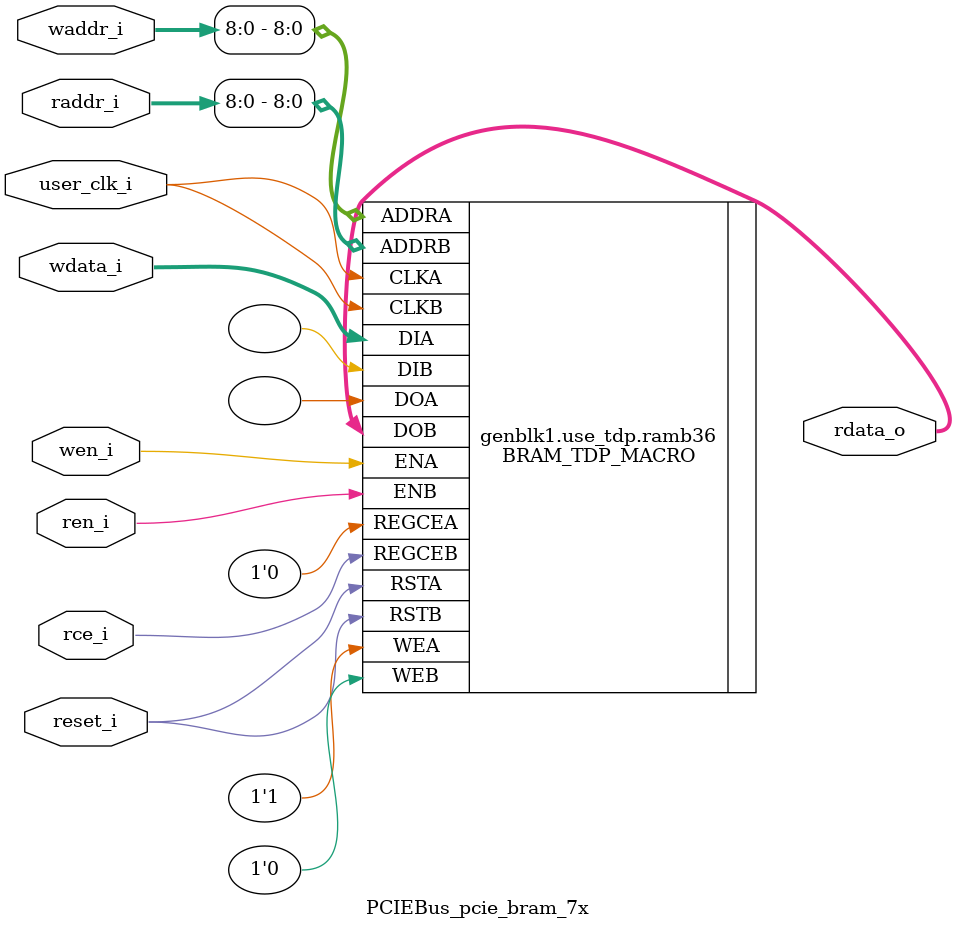
<source format=v>

`timescale 1ps/1ps

module PCIEBus_pcie_bram_7x
  #(
    parameter [3:0]  LINK_CAP_MAX_LINK_SPEED = 4'h1,        // PCIe Link Speed : 1 - 2.5 GT/s; 2 - 5.0 GT/s
    parameter [5:0]  LINK_CAP_MAX_LINK_WIDTH = 6'h08,       // PCIe Link Width : 1 / 2 / 4 / 8
    parameter IMPL_TARGET = "HARD",                         // the implementation target : HARD, SOFT
    parameter DOB_REG = 0,                                  // 1 - use the output register;
                                                            // 0 - don't use the output register
    parameter WIDTH = 0                                     // supported WIDTH's : 4, 9, 18, 36 - uses RAMB36
                                                            //                     72 - uses RAMB36SDP
    )
    (
     input               user_clk_i,// user clock
     input               reset_i,   // bram reset

     input               wen_i,     // write enable
     input [12:0]        waddr_i,   // write address
     input [WIDTH - 1:0] wdata_i,   // write data

     input               ren_i,     // read enable
     input               rce_i,     // output register clock enable
     input [12:0]        raddr_i,   // read address

     output [WIDTH - 1:0] rdata_o   // read data
     );

   // map the address bits
   localparam ADDR_MSB = ((WIDTH == 4)  ? 12 :
                          (WIDTH == 9)  ? 11 :
                          (WIDTH == 18) ? 10 :
                          (WIDTH == 36) ?  9 :
                                           8
                          );

   // set the width of the tied off low address bits
   localparam ADDR_LO_BITS = ((WIDTH == 4)  ? 2 :
                              (WIDTH == 9)  ? 3 :
                              (WIDTH == 18) ? 4 :
                              (WIDTH == 36) ? 5 :
                                              0 // for WIDTH 72 use RAMB36SDP
                              );

   // map the data bits
   localparam D_MSB =  ((WIDTH == 4)  ?  3 :
                        (WIDTH == 9)  ?  7 :
                        (WIDTH == 18) ? 15 :
                        (WIDTH == 36) ? 31 :
                                        63
                        );

   // map the data parity bits
   localparam DP_LSB =  D_MSB + 1;

   localparam DP_MSB =  ((WIDTH == 4)  ? 4 :
                         (WIDTH == 9)  ? 8 :
                         (WIDTH == 18) ? 17 :
                         (WIDTH == 36) ? 35 :
                                         71
                        );

   localparam DPW = DP_MSB - DP_LSB + 1;
   localparam WRITE_MODE = ((WIDTH == 72) && (!((LINK_CAP_MAX_LINK_SPEED == 4'h2) && (LINK_CAP_MAX_LINK_WIDTH == 6'h08)))) ? "WRITE_FIRST" :
                           ((LINK_CAP_MAX_LINK_SPEED == 4'h2) && (LINK_CAP_MAX_LINK_WIDTH == 6'h08)) ? "WRITE_FIRST" : "NO_CHANGE";


   localparam DEVICE = (IMPL_TARGET == "HARD") ? "7SERIES" : "VIRTEX6";
   localparam BRAM_SIZE = "36Kb";

   localparam WE_WIDTH =(DEVICE == "VIRTEX5" || DEVICE == "VIRTEX6" || DEVICE == "7SERIES") ?
                            ((WIDTH <= 9) ? 1 :
                             (WIDTH > 9 && WIDTH <= 18) ? 2 :
                             (WIDTH > 18 && WIDTH <= 36) ? 4 :
                             (WIDTH > 36 && WIDTH <= 72) ? 8 :
                             (BRAM_SIZE == "18Kb") ? 4 : 8 ) : 8;

   //synthesis translate_off
   initial begin
      //$display("[%t] %m DOB_REG %0d WIDTH %0d ADDR_MSB %0d ADDR_LO_BITS %0d DP_MSB %0d DP_LSB %0d D_MSB %0d",
      //          $time, DOB_REG,   WIDTH,    ADDR_MSB,    ADDR_LO_BITS,    DP_MSB,    DP_LSB,    D_MSB);

      case (WIDTH)
        4,9,18,36,72:;
        default:
          begin
             $display("[%t] %m Error WIDTH %0d not supported", $time, WIDTH);
             $finish;
          end
      endcase // case (WIDTH)
   end
   //synthesis translate_on

   generate
   if ((LINK_CAP_MAX_LINK_WIDTH == 6'h08 && LINK_CAP_MAX_LINK_SPEED == 4'h2) || (WIDTH == 72)) begin : use_sdp
        BRAM_SDP_MACRO #(
               .DEVICE        (DEVICE),
               .BRAM_SIZE     (BRAM_SIZE),
               .DO_REG        (DOB_REG),
               .READ_WIDTH    (WIDTH),
               .WRITE_WIDTH   (WIDTH),
               .WRITE_MODE    (WRITE_MODE)
               )
        ramb36sdp(
               .DO             (rdata_o[WIDTH-1:0]),
               .DI             (wdata_i[WIDTH-1:0]),
               .RDADDR         (raddr_i[ADDR_MSB:0]),
               .RDCLK          (user_clk_i),
               .RDEN           (ren_i),
               .REGCE          (rce_i),
               .RST            (reset_i),
               .WE             ({WE_WIDTH{1'b1}}),
               .WRADDR         (waddr_i[ADDR_MSB:0]),
               .WRCLK          (user_clk_i),
               .WREN           (wen_i)
               );

    end  // block: use_sdp
    else if (WIDTH <= 36) begin : use_tdp
    // use RAMB36's if the width is 4, 9, 18, or 36
        BRAM_TDP_MACRO #(
               .DEVICE        (DEVICE),
               .BRAM_SIZE     (BRAM_SIZE),
               .DOA_REG       (0),
               .DOB_REG       (DOB_REG),
               .READ_WIDTH_A  (WIDTH),
               .READ_WIDTH_B  (WIDTH),
               .WRITE_WIDTH_A (WIDTH),
               .WRITE_WIDTH_B (WIDTH),
               .WRITE_MODE_A  (WRITE_MODE)
               )
        ramb36(
               .DOA            (),
               .DOB            (rdata_o[WIDTH-1:0]),
               .ADDRA          (waddr_i[ADDR_MSB:0]),
               .ADDRB          (raddr_i[ADDR_MSB:0]),
               .CLKA           (user_clk_i),
               .CLKB           (user_clk_i),
               .DIA            (wdata_i[WIDTH-1:0]),
               .DIB            ({WIDTH{1'b0}}),
               .ENA            (wen_i),
               .ENB            (ren_i),
               .REGCEA         (1'b0),
               .REGCEB         (rce_i),
               .RSTA           (reset_i),
               .RSTB           (reset_i),
               .WEA            ({WE_WIDTH{1'b1}}),
               .WEB            ({WE_WIDTH{1'b0}})
               );
   end // block: use_tdp
   endgenerate

endmodule // pcie_bram_7x


</source>
